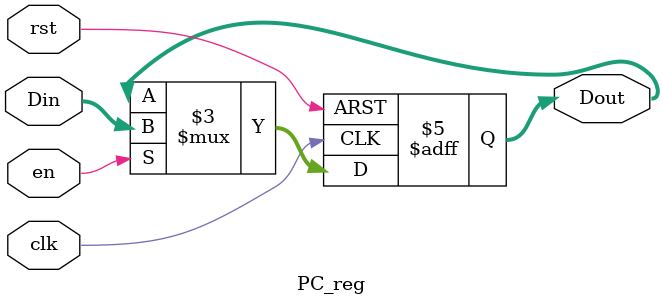
<source format=v>
`timescale 1ns / 1ps
module PC_reg(clk, en, rst, Din, Dout);
    input clk, en, rst;
    input [31:0] Din;
    output reg [31:0] Dout;

    initial Dout = 0;
    
    always @(posedge clk or posedge rst) begin // Ê±ÖÓÉÏÉýÑØ´¥·¢£¬Òì²½ÇåÁã
        if (rst) Dout <= 32'h00000000;
        else begin 
            if (en) Dout <= Din;
        end
    end
endmodule

</source>
